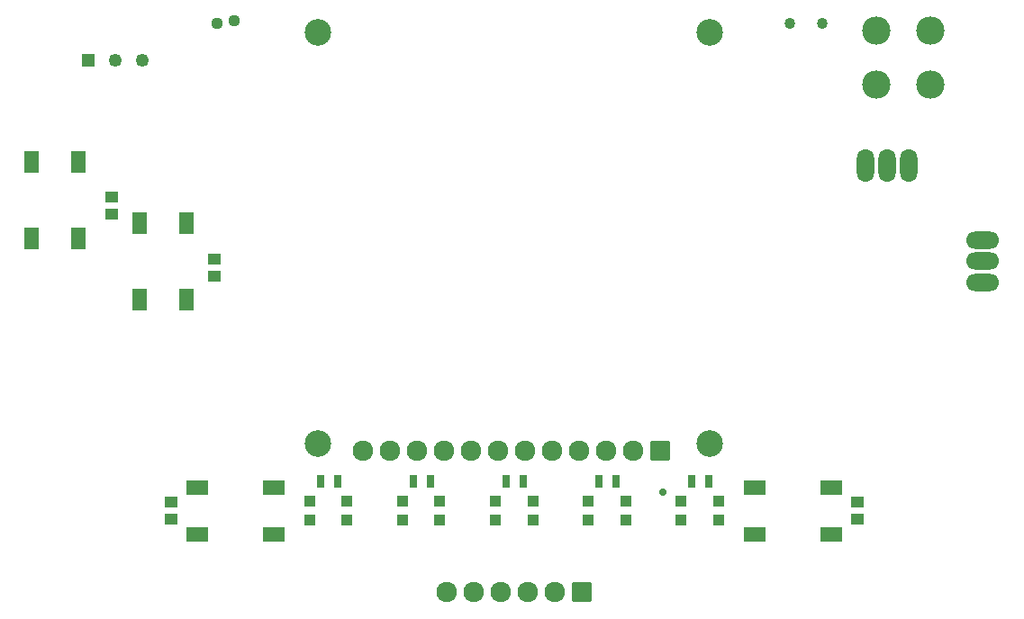
<source format=gbr>
%TF.GenerationSoftware,Altium Limited,Altium Designer,23.8.1 (32)*%
G04 Layer_Color=16711935*
%FSLAX26Y26*%
%MOIN*%
%TF.SameCoordinates,3D9DC474-E985-4460-AF93-8E70B63C00C8*%
%TF.FilePolarity,Negative*%
%TF.FileFunction,Soldermask,Bot*%
%TF.Part,Single*%
G01*
G75*
%TA.AperFunction,ComponentPad*%
%ADD51C,0.049213*%
%ADD52R,0.049213X0.049213*%
%TA.AperFunction,ViaPad*%
%ADD60C,0.028000*%
%ADD61C,0.098425*%
%TA.AperFunction,SMDPad,CuDef*%
%ADD86R,0.045370X0.043402*%
%ADD95R,0.029000X0.045370*%
%TA.AperFunction,ComponentPad*%
%ADD103C,0.105000*%
%ADD104C,0.075866*%
G04:AMPARAMS|DCode=105|XSize=75.866mil|YSize=75.866mil|CornerRadius=11.358mil|HoleSize=0mil|Usage=FLASHONLY|Rotation=180.000|XOffset=0mil|YOffset=0mil|HoleType=Round|Shape=RoundedRectangle|*
%AMROUNDEDRECTD105*
21,1,0.075866,0.053150,0,0,180.0*
21,1,0.053150,0.075866,0,0,180.0*
1,1,0.022716,-0.026575,0.026575*
1,1,0.022716,0.026575,0.026575*
1,1,0.022716,0.026575,-0.026575*
1,1,0.022716,-0.026575,-0.026575*
%
%ADD105ROUNDEDRECTD105*%
%ADD106O,0.123120X0.064060*%
%ADD107O,0.064060X0.123120*%
%ADD108C,0.044370*%
%ADD109C,0.040430*%
%TA.AperFunction,SMDPad,CuDef*%
%ADD110R,0.083740X0.052240*%
%ADD111R,0.052240X0.083740*%
%ADD112R,0.044370X0.038460*%
D51*
X-1475000Y919409D02*
D03*
X-1375000D02*
D03*
D52*
X-1575000D02*
D03*
D60*
X550000Y-680000D02*
D03*
D61*
X725000Y1022500D02*
D03*
X-725000D02*
D03*
Y-502500D02*
D03*
X725000D02*
D03*
D86*
X-1270000Y-781496D02*
D03*
X1270000D02*
D03*
X-1110000Y182992D02*
D03*
X-1490000Y411496D02*
D03*
X-1270000Y-718504D02*
D03*
X-1110000Y120000D02*
D03*
X-1490000Y348504D02*
D03*
X1270000Y-718504D02*
D03*
D95*
X658258Y-640000D02*
D03*
X314508D02*
D03*
X-29242D02*
D03*
X-372992D02*
D03*
X-716742D02*
D03*
X-653750D02*
D03*
X721250D02*
D03*
X-310000D02*
D03*
X377500D02*
D03*
X33750D02*
D03*
D103*
X1540000Y830000D02*
D03*
X1340000D02*
D03*
Y1030000D02*
D03*
X1540000D02*
D03*
D104*
X-250000Y-1050000D02*
D03*
X-150000D02*
D03*
X-50000D02*
D03*
X50000D02*
D03*
X150000D02*
D03*
X340000Y-527500D02*
D03*
X-60000D02*
D03*
X-260000D02*
D03*
X-460000D02*
D03*
X140000D02*
D03*
X40000D02*
D03*
X240000D02*
D03*
X-360000D02*
D03*
X-560000D02*
D03*
X-160000D02*
D03*
X440000D02*
D03*
D105*
X250000Y-1050000D02*
D03*
X540000Y-527500D02*
D03*
D106*
X1734330Y96260D02*
D03*
Y175000D02*
D03*
Y253740D02*
D03*
D107*
X1301260Y529330D02*
D03*
X1380000D02*
D03*
X1458740D02*
D03*
D108*
X-1099684Y1055000D02*
D03*
X-1034720Y1066810D02*
D03*
D109*
X1139060Y1055000D02*
D03*
X1020940D02*
D03*
D110*
X-889520Y-836610D02*
D03*
X-1172980D02*
D03*
X1172980D02*
D03*
X889520D02*
D03*
Y-663390D02*
D03*
X1172980D02*
D03*
X-1172980D02*
D03*
X-889520D02*
D03*
D111*
X-1213390Y316730D02*
D03*
Y33270D02*
D03*
X-1613390Y541730D02*
D03*
Y258270D02*
D03*
X-1786610Y541730D02*
D03*
X-1386610Y316730D02*
D03*
Y33270D02*
D03*
X-1786610Y258270D02*
D03*
D112*
X618600Y-715550D02*
D03*
X274850D02*
D03*
X-68900D02*
D03*
X-412650D02*
D03*
X-756400D02*
D03*
X756400D02*
D03*
X618600Y-784450D02*
D03*
X756400D02*
D03*
X274850D02*
D03*
X412650D02*
D03*
Y-715550D02*
D03*
X-412650Y-784450D02*
D03*
X-274850D02*
D03*
Y-715550D02*
D03*
X-756400Y-784450D02*
D03*
X-618600D02*
D03*
Y-715550D02*
D03*
X-68900Y-784450D02*
D03*
X68900D02*
D03*
Y-715550D02*
D03*
%TF.MD5,7a14dd52bbb960dc35269ea86aad38ca*%
M02*

</source>
